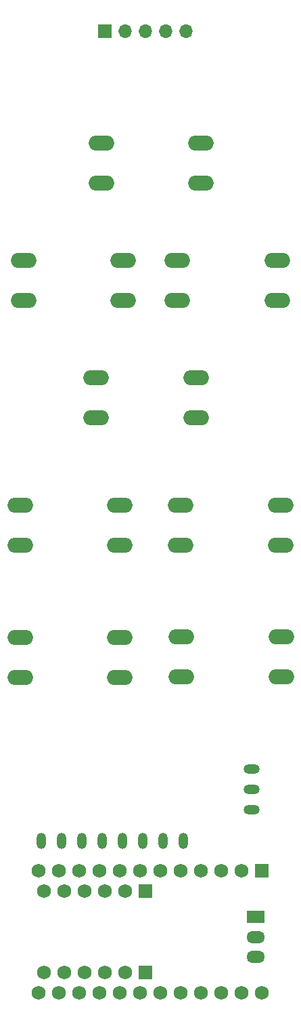
<source format=gbr>
%TF.GenerationSoftware,KiCad,Pcbnew,8.0.6*%
%TF.CreationDate,2025-02-23T20:39:58-06:00*%
%TF.ProjectId,fullycustomcontrolle one handv3c,66756c6c-7963-4757-9374-6f6d636f6e74,rev?*%
%TF.SameCoordinates,Original*%
%TF.FileFunction,Soldermask,Top*%
%TF.FilePolarity,Negative*%
%FSLAX46Y46*%
G04 Gerber Fmt 4.6, Leading zero omitted, Abs format (unit mm)*
G04 Created by KiCad (PCBNEW 8.0.6) date 2025-02-23 20:39:58*
%MOMM*%
%LPD*%
G01*
G04 APERTURE LIST*
G04 Aperture macros list*
%AMRoundRect*
0 Rectangle with rounded corners*
0 $1 Rounding radius*
0 $2 $3 $4 $5 $6 $7 $8 $9 X,Y pos of 4 corners*
0 Add a 4 corners polygon primitive as box body*
4,1,4,$2,$3,$4,$5,$6,$7,$8,$9,$2,$3,0*
0 Add four circle primitives for the rounded corners*
1,1,$1+$1,$2,$3*
1,1,$1+$1,$4,$5*
1,1,$1+$1,$6,$7*
1,1,$1+$1,$8,$9*
0 Add four rect primitives between the rounded corners*
20,1,$1+$1,$2,$3,$4,$5,0*
20,1,$1+$1,$4,$5,$6,$7,0*
20,1,$1+$1,$6,$7,$8,$9,0*
20,1,$1+$1,$8,$9,$2,$3,0*%
G04 Aperture macros list end*
%ADD10O,1.200000X2.000000*%
%ADD11O,3.200000X1.900000*%
%ADD12O,2.000000X1.200000*%
%ADD13R,1.752600X1.752600*%
%ADD14C,1.752600*%
%ADD15R,1.700000X1.700000*%
%ADD16O,1.700000X1.700000*%
%ADD17C,1.728000*%
%ADD18RoundRect,0.102000X-0.762000X0.762000X-0.762000X-0.762000X0.762000X-0.762000X0.762000X0.762000X0*%
%ADD19R,2.300000X1.500000*%
%ADD20O,2.300000X1.500000*%
G04 APERTURE END LIST*
D10*
%TO.C,MPU1*%
X183170000Y-127785000D03*
X185710000Y-127785000D03*
X188250000Y-127785000D03*
X190790000Y-127785000D03*
X193330000Y-127785000D03*
X195870000Y-127785000D03*
X198410000Y-127785000D03*
X200950000Y-127785000D03*
%TD*%
D11*
%TO.C,SW8*%
X200225000Y-55245000D03*
X212725000Y-55245000D03*
X200225000Y-60245000D03*
X212725000Y-60245000D03*
%TD*%
D12*
%TO.C,SW5*%
X209550000Y-118745000D03*
X209550000Y-121285000D03*
X209550000Y-123825000D03*
%TD*%
D11*
%TO.C,SW6*%
X193475000Y-60245000D03*
X180975000Y-60245000D03*
X193475000Y-55245000D03*
X180975000Y-55245000D03*
%TD*%
D13*
%TO.C,U1*%
X210820000Y-131445000D03*
D14*
X208280000Y-131445000D03*
X205740000Y-131445000D03*
X203200000Y-131445000D03*
X200660000Y-131445000D03*
X198120000Y-131445000D03*
X195580000Y-131445000D03*
X193040000Y-131445000D03*
X190500000Y-131445000D03*
X187960000Y-131445000D03*
X185420000Y-131445000D03*
X182880000Y-131445000D03*
X182880000Y-146685000D03*
X185420000Y-146685000D03*
X187960000Y-146685000D03*
X190500000Y-146685000D03*
X193040000Y-146685000D03*
X195580000Y-146685000D03*
X198120000Y-146685000D03*
X200660000Y-146685000D03*
X203200000Y-146685000D03*
X205740000Y-146685000D03*
X208280000Y-146685000D03*
X210820000Y-146685000D03*
%TD*%
D11*
%TO.C,SW9*%
X190065000Y-69930000D03*
X202565000Y-69930000D03*
X190065000Y-74930000D03*
X202565000Y-74930000D03*
%TD*%
%TO.C,SW7*%
X193040000Y-90805000D03*
X180540000Y-90805000D03*
X193040000Y-85805000D03*
X180540000Y-85805000D03*
%TD*%
D15*
%TO.C,J1*%
X191135000Y-26670000D03*
D16*
X193675000Y-26670000D03*
X196215000Y-26670000D03*
X198755000Y-26670000D03*
X201295000Y-26670000D03*
%TD*%
D11*
%TO.C,SW1*%
X213160000Y-90805000D03*
X200660000Y-90805000D03*
X213160000Y-85805000D03*
X200660000Y-85805000D03*
%TD*%
D17*
%TO.C,U3*%
X188595000Y-144145000D03*
X188595000Y-133985000D03*
X191135000Y-144145000D03*
D18*
X196215000Y-144145000D03*
D17*
X193675000Y-144145000D03*
X186055000Y-144145000D03*
X183515000Y-144145000D03*
X191135000Y-133985000D03*
D18*
X196215000Y-133985000D03*
D17*
X193675000Y-133985000D03*
X186055000Y-133985000D03*
X183515000Y-133985000D03*
%TD*%
D11*
%TO.C,SW2*%
X200760000Y-102275000D03*
X213260000Y-102275000D03*
X200760000Y-107275000D03*
X213260000Y-107275000D03*
%TD*%
%TO.C,SW3*%
X203200000Y-45640000D03*
X190700000Y-45640000D03*
X203200000Y-40640000D03*
X190700000Y-40640000D03*
%TD*%
D19*
%TO.C,U2*%
X210005000Y-137210000D03*
D20*
X210005000Y-139750000D03*
X210005000Y-142200000D03*
%TD*%
D11*
%TO.C,SW4*%
X180540000Y-102315000D03*
X193040000Y-102315000D03*
X180540000Y-107315000D03*
X193040000Y-107315000D03*
%TD*%
M02*

</source>
